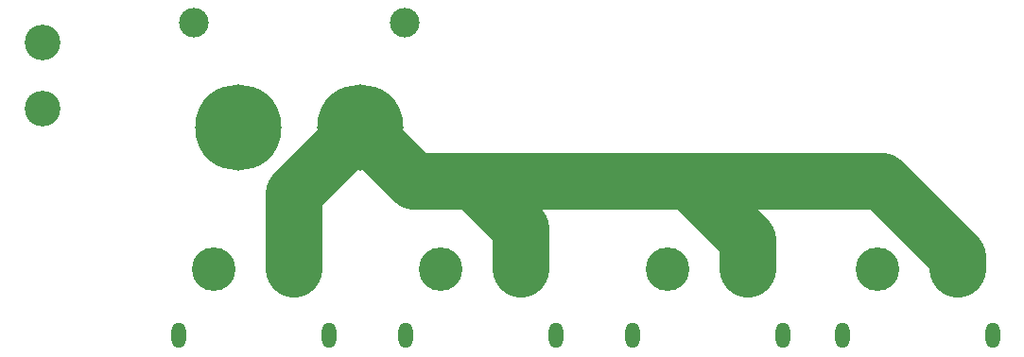
<source format=gbs>
G04 Layer: BottomSolderMaskLayer*
G04 EasyEDA v6.5.22, 2023-03-20 13:27:50*
G04 0fcd681f2d4240da92ff1f52a303d1ac,10*
G04 Gerber Generator version 0.2*
G04 Scale: 100 percent, Rotated: No, Reflected: No *
G04 Dimensions in millimeters *
G04 leading zeros omitted , absolute positions ,4 integer and 5 decimal *
%FSLAX45Y45*%
%MOMM*%

%ADD10C,5.1016*%
%ADD11O,1.3000228X2.3000208*%
%ADD12C,3.9000*%
%ADD13C,7.7200*%
%ADD14C,2.6499*%
%ADD15C,3.2032*%

%LPD*%
D10*
X6096000Y-3251200D02*
G01*
X7823200Y-3251200D01*
X8497188Y-3925188D01*
X8497188Y-4031995D01*
X4165600Y-3251200D02*
G01*
X6096000Y-3251200D01*
X6617588Y-3772788D01*
X6617588Y-4031995D01*
X3145002Y-2769984D02*
G01*
X3626218Y-3251200D01*
X4165600Y-3251200D01*
X4585588Y-3671188D01*
X4585588Y-4031995D01*
X3145002Y-2769984D02*
G01*
X2553588Y-3361397D01*
X2553588Y-4031995D01*
D11*
G01*
X6932599Y-4631994D03*
G01*
X5582589Y-4631994D03*
D12*
G01*
X6617588Y-4031995D03*
G01*
X5897600Y-4031995D03*
D11*
G01*
X8812199Y-4631994D03*
G01*
X7462189Y-4631994D03*
D12*
G01*
X8497188Y-4031995D03*
G01*
X7777200Y-4031995D03*
D11*
G01*
X2868599Y-4631994D03*
G01*
X1518589Y-4631994D03*
D12*
G01*
X2553588Y-4031995D03*
G01*
X1833600Y-4031995D03*
D11*
G01*
X4900599Y-4631994D03*
G01*
X3550589Y-4631994D03*
D12*
G01*
X4585588Y-4031995D03*
G01*
X3865600Y-4031995D03*
D13*
G01*
X2054986Y-2769984D03*
G01*
X3145002Y-2769984D03*
D14*
G01*
X1654987Y-1830006D03*
G01*
X3545001Y-1830006D03*
D15*
G01*
X299999Y-1999995D03*
G01*
X299999Y-2599994D03*
M02*

</source>
